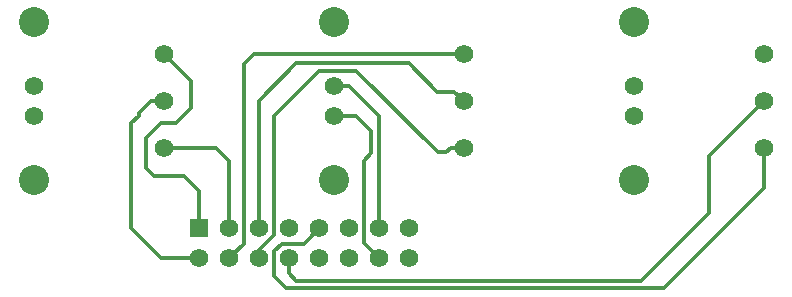
<source format=gbr>
G04 #@! TF.GenerationSoftware,KiCad,Pcbnew,(5.0.1)-3*
G04 #@! TF.CreationDate,2018-11-05T21:06:12-08:00*
G04 #@! TF.ProjectId,500-1137,3530302D313133372E6B696361645F70,rev?*
G04 #@! TF.SameCoordinates,Original*
G04 #@! TF.FileFunction,Copper,L1,Top,Signal*
G04 #@! TF.FilePolarity,Positive*
%FSLAX46Y46*%
G04 Gerber Fmt 4.6, Leading zero omitted, Abs format (unit mm)*
G04 Created by KiCad (PCBNEW (5.0.1)-3) date 11/5/2018 9:06:12 PM*
%MOMM*%
%LPD*%
G01*
G04 APERTURE LIST*
G04 #@! TA.AperFunction,ComponentPad*
%ADD10R,1.574800X1.574800*%
G04 #@! TD*
G04 #@! TA.AperFunction,ComponentPad*
%ADD11C,1.574800*%
G04 #@! TD*
G04 #@! TA.AperFunction,ComponentPad*
%ADD12C,2.540000*%
G04 #@! TD*
G04 #@! TA.AperFunction,Conductor*
%ADD13C,0.304800*%
G04 #@! TD*
G04 APERTURE END LIST*
D10*
G04 #@! TO.P,P1,1*
G04 #@! TO.N,Net-(P1-Pad1)*
X90170000Y-86995000D03*
D11*
G04 #@! TO.P,P1,2*
G04 #@! TO.N,Net-(P1-Pad2)*
X90170000Y-89535000D03*
G04 #@! TO.P,P1,3*
G04 #@! TO.N,Net-(P1-Pad3)*
X92710000Y-86995000D03*
G04 #@! TO.P,P1,4*
G04 #@! TO.N,Net-(P1-Pad4)*
X92710000Y-89535000D03*
G04 #@! TO.P,P1,5*
G04 #@! TO.N,Net-(P1-Pad5)*
X95250000Y-86995000D03*
G04 #@! TO.P,P1,6*
G04 #@! TO.N,Net-(P1-Pad6)*
X95250000Y-89535000D03*
G04 #@! TO.P,P1,7*
G04 #@! TO.N,Net-(P1-Pad7)*
X97790000Y-86995000D03*
G04 #@! TO.P,P1,8*
G04 #@! TO.N,Net-(P1-Pad8)*
X97790000Y-89535000D03*
G04 #@! TO.P,P1,9*
G04 #@! TO.N,Net-(P1-Pad9)*
X100330000Y-86995000D03*
G04 #@! TO.P,P1,10*
G04 #@! TO.N,N/C*
X100330000Y-89535000D03*
G04 #@! TO.P,P1,11*
G04 #@! TO.N,Net-(P1-Pad11)*
X102870000Y-86995000D03*
G04 #@! TO.P,P1,12*
G04 #@! TO.N,Net-(P1-Pad12)*
X102870000Y-89535000D03*
G04 #@! TO.P,P1,13*
G04 #@! TO.N,Net-(P1-Pad13)*
X105410000Y-86995000D03*
G04 #@! TO.P,P1,14*
G04 #@! TO.N,Net-(P1-Pad14)*
X105410000Y-89535000D03*
G04 #@! TO.P,P1,15*
G04 #@! TO.N,Net-(P1-Pad15)*
X107950000Y-86995000D03*
G04 #@! TO.P,P1,16*
G04 #@! TO.N,Net-(P1-Pad16)*
X107950000Y-89535000D03*
G04 #@! TD*
D12*
G04 #@! TO.P,R1,*
G04 #@! TO.N,*
X76200000Y-82900000D03*
X76200000Y-69500000D03*
D11*
G04 #@! TO.P,R1,4*
G04 #@! TO.N,Net-(P1-Pad12)*
X76200000Y-77470000D03*
G04 #@! TO.P,R1,5*
G04 #@! TO.N,Net-(P1-Pad11)*
X76200000Y-74930000D03*
G04 #@! TO.P,R1,2*
G04 #@! TO.N,Net-(P1-Pad2)*
X87200000Y-76200000D03*
G04 #@! TO.P,R1,3*
G04 #@! TO.N,Net-(P1-Pad1)*
X87200000Y-72200000D03*
G04 #@! TO.P,R1,1*
G04 #@! TO.N,Net-(P1-Pad3)*
X87200000Y-80200000D03*
G04 #@! TD*
G04 #@! TO.P,R2,1*
G04 #@! TO.N,Net-(P1-Pad6)*
X112600000Y-80200000D03*
G04 #@! TO.P,R2,3*
G04 #@! TO.N,Net-(P1-Pad4)*
X112600000Y-72200000D03*
G04 #@! TO.P,R2,2*
G04 #@! TO.N,Net-(P1-Pad5)*
X112600000Y-76200000D03*
G04 #@! TO.P,R2,5*
G04 #@! TO.N,Net-(P1-Pad13)*
X101600000Y-74930000D03*
G04 #@! TO.P,R2,4*
G04 #@! TO.N,Net-(P1-Pad14)*
X101600000Y-77470000D03*
D12*
G04 #@! TO.P,R2,*
G04 #@! TO.N,*
X101600000Y-69500000D03*
X101600000Y-82900000D03*
G04 #@! TD*
G04 #@! TO.P,R3,*
G04 #@! TO.N,*
X127000000Y-82900000D03*
X127000000Y-69500000D03*
D11*
G04 #@! TO.P,R3,4*
G04 #@! TO.N,Net-(P1-Pad16)*
X127000000Y-77470000D03*
G04 #@! TO.P,R3,5*
G04 #@! TO.N,Net-(P1-Pad15)*
X127000000Y-74930000D03*
G04 #@! TO.P,R3,2*
G04 #@! TO.N,Net-(P1-Pad8)*
X138000000Y-76200000D03*
G04 #@! TO.P,R3,3*
G04 #@! TO.N,Net-(P1-Pad7)*
X138000000Y-72200000D03*
G04 #@! TO.P,R3,1*
G04 #@! TO.N,Net-(P1-Pad9)*
X138000000Y-80200000D03*
G04 #@! TD*
D13*
G04 #@! TO.N,Net-(P1-Pad1)*
X87200000Y-72200000D02*
X89535000Y-74535000D01*
X89535000Y-74535000D02*
X89535000Y-76835000D01*
X89535000Y-76835000D02*
X88265000Y-78105000D01*
X88265000Y-78105000D02*
X86995000Y-78105000D01*
X86995000Y-78105000D02*
X85725000Y-79375000D01*
X85725000Y-79375000D02*
X85725000Y-81915000D01*
X85725000Y-81915000D02*
X86360000Y-82550000D01*
X86360000Y-82550000D02*
X88900000Y-82550000D01*
X88900000Y-82550000D02*
X90170000Y-83820000D01*
X90170000Y-83820000D02*
X90170000Y-86995000D01*
G04 #@! TO.N,Net-(P1-Pad2)*
X86086449Y-76200000D02*
X85090000Y-77196449D01*
X87200000Y-76200000D02*
X86086449Y-76200000D01*
X85090000Y-77196449D02*
X85090000Y-77470000D01*
X85090000Y-77470000D02*
X84455000Y-78105000D01*
X84455000Y-78105000D02*
X84455000Y-86995000D01*
X86995000Y-89535000D02*
X90170000Y-89535000D01*
X84455000Y-86995000D02*
X86995000Y-89535000D01*
G04 #@! TO.N,Net-(P1-Pad3)*
X87200000Y-80200000D02*
X91630000Y-80200000D01*
X92710000Y-81280000D02*
X92710000Y-86995000D01*
X91630000Y-80200000D02*
X92710000Y-81280000D01*
G04 #@! TO.N,Net-(P1-Pad4)*
X93954601Y-88290399D02*
X92710000Y-89535000D01*
X93954601Y-73050399D02*
X93954601Y-88290399D01*
X112600000Y-72200000D02*
X94805000Y-72200000D01*
X94805000Y-72200000D02*
X93954601Y-73050399D01*
G04 #@! TO.N,Net-(P1-Pad5)*
X111812601Y-75412601D02*
X110337601Y-75412601D01*
X112600000Y-76200000D02*
X111812601Y-75412601D01*
X110337601Y-75412601D02*
X107950000Y-73025000D01*
X107950000Y-73025000D02*
X98425000Y-73025000D01*
X98425000Y-73025000D02*
X95250000Y-76200000D01*
X95250000Y-76200000D02*
X95250000Y-86995000D01*
G04 #@! TO.N,Net-(P1-Pad6)*
X96494601Y-77495399D02*
X96494601Y-87592409D01*
X112600000Y-80200000D02*
X111486449Y-80200000D01*
X96494601Y-87592409D02*
X95250000Y-88837010D01*
X111486449Y-80200000D02*
X111125000Y-80561449D01*
X111125000Y-80561449D02*
X110406449Y-80561449D01*
X110406449Y-80561449D02*
X103505000Y-73660000D01*
X95250000Y-88837010D02*
X95250000Y-89535000D01*
X103505000Y-73660000D02*
X100330000Y-73660000D01*
X100330000Y-73660000D02*
X96494601Y-77495399D01*
G04 #@! TO.N,Net-(P1-Pad8)*
X127635000Y-91440000D02*
X98425000Y-91440000D01*
X98425000Y-91440000D02*
X97790000Y-90805000D01*
X133350000Y-85725000D02*
X127635000Y-91440000D01*
X97790000Y-90805000D02*
X97790000Y-89535000D01*
X133350000Y-80850000D02*
X133350000Y-85725000D01*
X138000000Y-76200000D02*
X133350000Y-80850000D01*
G04 #@! TO.N,Net-(P1-Pad9)*
X138000000Y-80200000D02*
X138000000Y-83615000D01*
X138000000Y-83615000D02*
X129565389Y-92049611D01*
X97192591Y-88290399D02*
X99034601Y-88290399D01*
X99034601Y-88290399D02*
X99542601Y-87782399D01*
X129565389Y-92049611D02*
X97537491Y-92049611D01*
X96545399Y-88937591D02*
X97192591Y-88290399D01*
X96545399Y-91057519D02*
X96545399Y-88937591D01*
X99542601Y-87782399D02*
X100330000Y-86995000D01*
X97537491Y-92049611D02*
X96545399Y-91057519D01*
G04 #@! TO.N,Net-(P1-Pad13)*
X102870000Y-74930000D02*
X101600000Y-74930000D01*
X105410000Y-86995000D02*
X105410000Y-77470000D01*
X105410000Y-77470000D02*
X102870000Y-74930000D01*
G04 #@! TO.N,Net-(P1-Pad14)*
X104140000Y-88265000D02*
X105410000Y-89535000D01*
X104140000Y-81280000D02*
X104140000Y-88265000D01*
X104775000Y-80645000D02*
X104140000Y-81280000D01*
X104775000Y-78740000D02*
X104775000Y-80645000D01*
X101600000Y-77470000D02*
X103505000Y-77470000D01*
X103505000Y-77470000D02*
X104775000Y-78740000D01*
G04 #@! TD*
M02*

</source>
